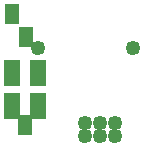
<source format=gbs>
G04 MADE WITH FRITZING*
G04 WWW.FRITZING.ORG*
G04 DOUBLE SIDED*
G04 HOLES PLATED*
G04 CONTOUR ON CENTER OF CONTOUR VECTOR*
%ASAXBY*%
%FSLAX23Y23*%
%MOIN*%
%OFA0B0*%
%SFA1.0B1.0*%
%ADD10C,0.049370*%
%ADD11R,0.057244X0.088740*%
%ADD12R,0.049370X0.069055*%
%LNMASK0*%
G90*
G70*
G54D10*
X388Y35D03*
X338Y35D03*
X288Y35D03*
X386Y80D03*
X336Y80D03*
X286Y80D03*
X130Y327D03*
X448Y327D03*
G54D11*
X130Y246D03*
X130Y136D03*
X44Y136D03*
X44Y246D03*
G54D12*
X92Y365D03*
X43Y443D03*
X86Y73D03*
G04 End of Mask0*
M02*
</source>
